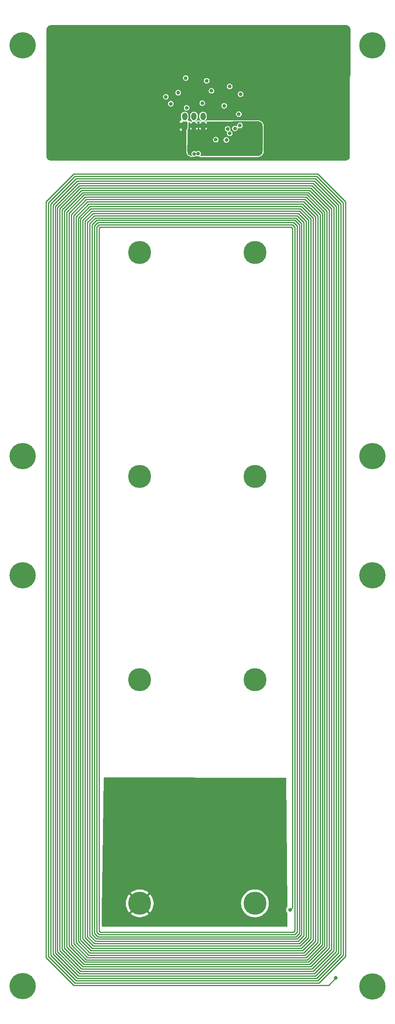
<source format=gbr>
%TF.GenerationSoftware,KiCad,Pcbnew,9.0.0*%
%TF.CreationDate,2025-10-09T13:40:37-07:00*%
%TF.ProjectId,2U_XY_V1,32555f58-595f-4563-912e-6b696361645f,1.0*%
%TF.SameCoordinates,Original*%
%TF.FileFunction,Copper,L2,Inr*%
%TF.FilePolarity,Positive*%
%FSLAX46Y46*%
G04 Gerber Fmt 4.6, Leading zero omitted, Abs format (unit mm)*
G04 Created by KiCad (PCBNEW 9.0.0) date 2025-10-09 13:40:37*
%MOMM*%
%LPD*%
G01*
G04 APERTURE LIST*
G04 Aperture macros list*
%AMRoundRect*
0 Rectangle with rounded corners*
0 $1 Rounding radius*
0 $2 $3 $4 $5 $6 $7 $8 $9 X,Y pos of 4 corners*
0 Add a 4 corners polygon primitive as box body*
4,1,4,$2,$3,$4,$5,$6,$7,$8,$9,$2,$3,0*
0 Add four circle primitives for the rounded corners*
1,1,$1+$1,$2,$3*
1,1,$1+$1,$4,$5*
1,1,$1+$1,$6,$7*
1,1,$1+$1,$8,$9*
0 Add four rect primitives between the rounded corners*
20,1,$1+$1,$2,$3,$4,$5,0*
20,1,$1+$1,$4,$5,$6,$7,0*
20,1,$1+$1,$6,$7,$8,$9,0*
20,1,$1+$1,$8,$9,$2,$3,0*%
G04 Aperture macros list end*
%TA.AperFunction,ComponentPad*%
%ADD10C,5.700000*%
%TD*%
%TA.AperFunction,ComponentPad*%
%ADD11C,5.000000*%
%TD*%
%TA.AperFunction,ComponentPad*%
%ADD12RoundRect,0.250000X-0.350000X-0.575000X0.350000X-0.575000X0.350000X0.575000X-0.350000X0.575000X0*%
%TD*%
%TA.AperFunction,ComponentPad*%
%ADD13O,1.200000X1.650000*%
%TD*%
%TA.AperFunction,ViaPad*%
%ADD14C,0.800000*%
%TD*%
%TA.AperFunction,Conductor*%
%ADD15C,0.250000*%
%TD*%
G04 APERTURE END LIST*
D10*
%TO.N,unconnected-(J2-Pin_1-Pad1)*%
%TO.C,J12*%
X171800001Y-155450000D03*
%TD*%
%TO.N,unconnected-(J4-Pin_1-Pad1)*%
%TO.C,J14*%
X247800001Y-155450000D03*
%TD*%
%TO.N,unconnected-(J2-Pin_1-Pad1)*%
%TO.C,J112*%
X171800001Y-129650000D03*
%TD*%
%TO.N,unconnected-(J4-Pin_1-Pad1)*%
%TO.C,J114*%
X247800001Y-129650000D03*
%TD*%
%TO.N,unconnected-(J2-Pin_1-Pad1)*%
%TO.C,J2*%
X171800001Y-40650000D03*
%TD*%
%TO.N,unconnected-(J4-Pin_1-Pad1)*%
%TO.C,J4*%
X247800001Y-40650000D03*
%TD*%
%TO.N,unconnected-(J3-Pin_1-Pad1)*%
%TO.C,J3*%
X171800001Y-244450000D03*
%TD*%
D11*
%TO.N,/SOL_OUT*%
%TO.C,SC1*%
X222250000Y-134000000D03*
%TO.N,Net-(SC1---Pad2)*%
X197250000Y-134000000D03*
%TO.N,/SOL_OUT*%
X197250000Y-85500000D03*
%TO.N,Net-(SC1---Pad2)*%
X222250000Y-85500000D03*
%TD*%
D10*
%TO.N,unconnected-(J5-Pin_1-Pad1)*%
%TO.C,J5*%
X247800000Y-244500000D03*
%TD*%
D11*
%TO.N,Net-(SC1---Pad2)*%
%TO.C,SC2*%
X222250000Y-226500000D03*
%TO.N,GND*%
X197250000Y-226500000D03*
%TO.N,Net-(SC1---Pad2)*%
X197250000Y-178000000D03*
%TO.N,GND*%
X222250000Y-178000000D03*
%TD*%
D12*
%TO.N,GND*%
%TO.C,CN1*%
X207000000Y-58020000D03*
D13*
%TO.N,SDAIN*%
X207000000Y-56019999D03*
%TO.N,VSOLAR*%
X209000001Y-58020000D03*
%TO.N,+3V3*%
X209000000Y-56020000D03*
%TO.N,VSOLAR*%
X211000000Y-58020000D03*
%TO.N,SCLIN*%
X211000001Y-56020000D03*
%TD*%
D14*
%TO.N,GND*%
X210710000Y-47590153D03*
%TO.N,+3V3*%
X219150000Y-51200000D03*
%TO.N,Net-(U3-OUT+)*%
X239820000Y-242660000D03*
X229940000Y-227900000D03*
%TO.N,GND*%
X214326520Y-54103480D03*
%TO.N,/SCL*%
X215590000Y-53720000D03*
%TO.N,+3V3*%
X218994998Y-57980000D03*
X218760000Y-55530000D03*
X216060000Y-61110000D03*
X213750000Y-61050000D03*
%TO.N,GND*%
X216319998Y-58715000D03*
X213419999Y-54990000D03*
X211414772Y-53956603D03*
X215411297Y-51766078D03*
X208990000Y-51860000D03*
X179980000Y-59700000D03*
X180090000Y-64300000D03*
X205630000Y-49590000D03*
X217920000Y-58640000D03*
%TO.N,+3V3*%
X209090000Y-64140000D03*
X202920000Y-51780000D03*
X210826736Y-53147766D03*
X209940000Y-64100000D03*
X203980000Y-53290000D03*
X207230000Y-47710000D03*
X216780000Y-49550000D03*
%TO.N,VSOLAR*%
X221430000Y-62990000D03*
X219900000Y-62970000D03*
X222780000Y-63000000D03*
%TO.N,/SCL*%
X205590000Y-50890000D03*
%TO.N,/SDA*%
X212820000Y-50480000D03*
%TO.N,Net-(D4-A)*%
X207430000Y-54160000D03*
%TO.N,Net-(U3-OUT+)*%
X216769999Y-59709999D03*
%TO.N,SCLIN*%
X211785153Y-48315153D03*
%TD*%
D15*
%TO.N,Net-(U3-OUT+)*%
X182890000Y-77510000D02*
X182890000Y-235210000D01*
X185390000Y-78760000D02*
X185390000Y-233960000D01*
X237390000Y-76760000D02*
X233640000Y-73010000D01*
X234640000Y-240710000D02*
X238890000Y-236460000D01*
X187640000Y-234710000D02*
X231640000Y-234710000D01*
X185390000Y-73510000D02*
X181890000Y-77010000D01*
X240890000Y-237460000D02*
X240890000Y-75010000D01*
X185390000Y-233960000D02*
X187140000Y-235710000D01*
X230640000Y-79010000D02*
X188140000Y-79010000D01*
X231390000Y-234210000D02*
X232390000Y-233210000D01*
X186640000Y-76010000D02*
X184390000Y-78260000D01*
X239890000Y-75510000D02*
X234890000Y-70510000D01*
X181890000Y-235710000D02*
X185390000Y-239210000D01*
X233390000Y-238210000D02*
X236390000Y-235210000D01*
X238890000Y-236460000D02*
X238890000Y-76010000D01*
X233890000Y-78510000D02*
X231890000Y-76510000D01*
X232640000Y-75010000D02*
X186140000Y-75010000D01*
X183640000Y-242710000D02*
X235640000Y-242710000D01*
X188390000Y-232460000D02*
X188640000Y-232710000D01*
X231640000Y-77010000D02*
X187140000Y-77010000D01*
X186390000Y-75510000D02*
X183890000Y-78010000D01*
X235140000Y-70010000D02*
X183640000Y-70010000D01*
X235140000Y-241710000D02*
X239890000Y-236960000D01*
X229940000Y-227900000D02*
X230390000Y-227450000D01*
X177390000Y-237960000D02*
X183140000Y-243710000D01*
X232140000Y-235710000D02*
X233890000Y-233960000D01*
X178890000Y-237210000D02*
X183890000Y-242210000D01*
X177890000Y-75010000D02*
X177890000Y-237710000D01*
X187890000Y-232710000D02*
X188390000Y-233210000D01*
X230890000Y-78510000D02*
X187890000Y-78510000D01*
X180390000Y-236460000D02*
X184640000Y-240710000D01*
X231890000Y-76510000D02*
X186890000Y-76510000D01*
X183390000Y-69510000D02*
X177890000Y-75010000D01*
X185890000Y-74510000D02*
X182890000Y-77510000D01*
X186390000Y-237210000D02*
X232890000Y-237210000D01*
X235640000Y-242710000D02*
X240890000Y-237460000D01*
X180890000Y-236210000D02*
X184890000Y-240210000D01*
X179890000Y-236710000D02*
X184390000Y-241210000D01*
X239390000Y-75760000D02*
X234640000Y-71010000D01*
X230390000Y-79510000D02*
X188390000Y-79510000D01*
X237890000Y-76510000D02*
X233890000Y-72510000D01*
X235890000Y-234960000D02*
X235890000Y-77510000D01*
X232890000Y-233460000D02*
X232890000Y-79010000D01*
X234140000Y-72010000D02*
X184640000Y-72010000D01*
X185640000Y-238710000D02*
X233640000Y-238710000D01*
X235390000Y-77760000D02*
X232640000Y-75010000D01*
X233390000Y-73510000D02*
X185390000Y-73510000D01*
X234390000Y-71510000D02*
X184390000Y-71510000D01*
X179390000Y-236960000D02*
X184140000Y-241710000D01*
X183640000Y-70010000D02*
X178390000Y-75260000D01*
X241890000Y-74510000D02*
X235890000Y-68510000D01*
X182890000Y-68510000D02*
X176890000Y-74510000D01*
X241390000Y-74760000D02*
X235640000Y-69010000D01*
X232140000Y-76010000D02*
X186640000Y-76010000D01*
X188390000Y-80260000D02*
X188390000Y-232460000D01*
X179890000Y-76010000D02*
X179890000Y-236710000D01*
X186390000Y-79260000D02*
X186390000Y-233460000D01*
X232890000Y-237210000D02*
X235390000Y-234710000D01*
X186140000Y-75010000D02*
X183390000Y-77760000D01*
X235390000Y-69510000D02*
X183390000Y-69510000D01*
X185640000Y-74010000D02*
X182390000Y-77260000D01*
X239890000Y-236960000D02*
X239890000Y-75510000D01*
X241890000Y-237960000D02*
X241890000Y-74510000D01*
X236890000Y-77010000D02*
X233390000Y-73510000D01*
X234890000Y-78010000D02*
X232390000Y-75510000D01*
X231890000Y-235210000D02*
X233390000Y-233710000D01*
X237890000Y-235960000D02*
X237890000Y-76510000D01*
X231890000Y-232960000D02*
X231890000Y-79510000D01*
X233890000Y-233960000D02*
X233890000Y-78510000D01*
X187140000Y-77010000D02*
X185390000Y-78760000D01*
X235390000Y-242210000D02*
X240390000Y-237210000D01*
X236390000Y-235210000D02*
X236390000Y-77260000D01*
X184890000Y-72510000D02*
X180890000Y-76510000D01*
X234640000Y-71010000D02*
X184140000Y-71010000D01*
X177390000Y-74760000D02*
X177390000Y-237960000D01*
X230390000Y-227450000D02*
X230390000Y-80260000D01*
X236140000Y-243710000D02*
X241890000Y-237960000D01*
X231640000Y-234710000D02*
X232890000Y-233460000D01*
X182390000Y-235460000D02*
X185640000Y-238710000D01*
X183390000Y-234960000D02*
X186140000Y-237710000D01*
X181890000Y-77010000D02*
X181890000Y-235710000D01*
X178890000Y-75510000D02*
X178890000Y-237210000D01*
X176890000Y-238210000D02*
X182890000Y-244210000D01*
X240390000Y-75260000D02*
X235140000Y-70010000D01*
X232640000Y-236710000D02*
X234890000Y-234460000D01*
X183890000Y-242210000D02*
X235390000Y-242210000D01*
X238270000Y-244210000D02*
X239820000Y-242660000D01*
X182890000Y-244210000D02*
X238270000Y-244210000D01*
X232890000Y-74510000D02*
X185890000Y-74510000D01*
X230890000Y-80010000D02*
X230390000Y-79510000D01*
X231390000Y-77510000D02*
X187390000Y-77510000D01*
X233140000Y-74010000D02*
X185640000Y-74010000D01*
X188140000Y-233710000D02*
X231140000Y-233710000D01*
X187390000Y-235210000D02*
X231890000Y-235210000D01*
X238890000Y-76010000D02*
X234390000Y-71510000D01*
X231140000Y-233710000D02*
X231890000Y-232960000D01*
X233890000Y-72510000D02*
X184890000Y-72510000D01*
X231390000Y-232710000D02*
X231390000Y-79760000D01*
X188390000Y-79510000D02*
X187890000Y-80010000D01*
X233390000Y-78760000D02*
X231640000Y-77010000D01*
X235890000Y-77510000D02*
X232890000Y-74510000D01*
X184390000Y-234460000D02*
X186640000Y-236710000D01*
X234140000Y-239710000D02*
X237890000Y-235960000D01*
X185890000Y-238210000D02*
X233390000Y-238210000D01*
X183890000Y-234710000D02*
X186390000Y-237210000D01*
X241390000Y-237710000D02*
X241390000Y-74760000D01*
X180390000Y-76260000D02*
X180390000Y-236460000D01*
X240390000Y-237210000D02*
X240390000Y-75260000D01*
X182890000Y-235210000D02*
X185890000Y-238210000D01*
X237390000Y-235710000D02*
X237390000Y-76760000D01*
X188640000Y-232710000D02*
X230640000Y-232710000D01*
X236890000Y-235460000D02*
X236890000Y-77010000D01*
X178390000Y-75260000D02*
X178390000Y-237460000D01*
X240890000Y-75010000D02*
X235390000Y-69510000D01*
X181390000Y-76760000D02*
X181390000Y-235960000D01*
X183890000Y-78010000D02*
X183890000Y-234710000D01*
X230890000Y-233210000D02*
X231390000Y-232710000D01*
X184640000Y-72010000D02*
X180390000Y-76260000D01*
X183890000Y-70510000D02*
X178890000Y-75510000D01*
X181390000Y-235960000D02*
X185140000Y-239710000D01*
X230890000Y-232460000D02*
X230890000Y-80010000D01*
X231390000Y-79760000D02*
X230640000Y-79010000D01*
X184890000Y-78510000D02*
X184890000Y-234210000D01*
X188640000Y-80010000D02*
X188390000Y-80260000D01*
X186890000Y-236210000D02*
X232390000Y-236210000D01*
X187890000Y-234210000D02*
X231390000Y-234210000D01*
X183390000Y-243210000D02*
X235890000Y-243210000D01*
X184890000Y-234210000D02*
X186890000Y-236210000D01*
X186390000Y-233460000D02*
X187640000Y-234710000D01*
X180890000Y-76510000D02*
X180890000Y-236210000D01*
X188390000Y-233210000D02*
X230890000Y-233210000D01*
X186890000Y-79510000D02*
X186890000Y-233210000D01*
X234390000Y-234210000D02*
X234390000Y-78260000D01*
X184140000Y-241710000D02*
X235140000Y-241710000D01*
X233390000Y-233710000D02*
X233390000Y-78760000D01*
X182390000Y-77260000D02*
X182390000Y-235460000D01*
X187390000Y-79760000D02*
X187390000Y-232960000D01*
X187890000Y-80010000D02*
X187890000Y-232710000D01*
X179390000Y-75760000D02*
X179390000Y-236960000D01*
X233890000Y-239210000D02*
X237390000Y-235710000D01*
X233640000Y-73010000D02*
X185140000Y-73010000D01*
X235890000Y-243210000D02*
X241390000Y-237710000D01*
X233140000Y-237710000D02*
X235890000Y-234960000D01*
X234890000Y-241210000D02*
X239390000Y-236710000D01*
X184390000Y-241210000D02*
X234890000Y-241210000D01*
X233640000Y-238710000D02*
X236890000Y-235460000D01*
X187140000Y-235710000D02*
X232140000Y-235710000D01*
X230640000Y-232710000D02*
X230890000Y-232460000D01*
X186140000Y-237710000D02*
X233140000Y-237710000D01*
X183140000Y-243710000D02*
X236140000Y-243710000D01*
X235890000Y-68510000D02*
X182890000Y-68510000D01*
X185140000Y-239710000D02*
X234140000Y-239710000D01*
X232390000Y-79260000D02*
X231140000Y-78010000D01*
X184890000Y-240210000D02*
X234390000Y-240210000D01*
X184640000Y-240710000D02*
X234640000Y-240710000D01*
X234390000Y-240210000D02*
X238390000Y-236210000D01*
X186890000Y-233210000D02*
X187890000Y-234210000D01*
X184140000Y-71010000D02*
X179390000Y-75760000D01*
X176890000Y-74510000D02*
X176890000Y-238210000D01*
X184390000Y-71510000D02*
X179890000Y-76010000D01*
X238390000Y-76260000D02*
X234140000Y-72010000D01*
X230390000Y-80260000D02*
X230140000Y-80010000D01*
X236390000Y-77260000D02*
X233140000Y-74010000D01*
X232390000Y-236210000D02*
X234390000Y-234210000D01*
X188140000Y-79010000D02*
X187390000Y-79760000D01*
X234890000Y-70510000D02*
X183890000Y-70510000D01*
X185140000Y-73010000D02*
X181390000Y-76760000D01*
X185890000Y-79010000D02*
X185890000Y-233710000D01*
X186640000Y-236710000D02*
X232640000Y-236710000D01*
X238390000Y-236210000D02*
X238390000Y-76260000D01*
X231890000Y-79510000D02*
X230890000Y-78510000D01*
X235640000Y-69010000D02*
X183140000Y-69010000D01*
X187640000Y-78010000D02*
X186390000Y-79260000D01*
X184390000Y-78260000D02*
X184390000Y-234460000D01*
X186890000Y-76510000D02*
X184890000Y-78510000D01*
X187390000Y-232960000D02*
X188140000Y-233710000D01*
X231140000Y-78010000D02*
X187640000Y-78010000D01*
X232390000Y-75510000D02*
X186390000Y-75510000D01*
X234390000Y-78260000D02*
X232140000Y-76010000D01*
X232890000Y-79010000D02*
X231390000Y-77510000D01*
X183390000Y-77760000D02*
X183390000Y-234960000D01*
X187390000Y-77510000D02*
X185890000Y-79010000D01*
X230140000Y-80010000D02*
X188640000Y-80010000D01*
X177890000Y-237710000D02*
X183390000Y-243210000D01*
X185890000Y-233710000D02*
X187390000Y-235210000D01*
X183140000Y-69010000D02*
X177390000Y-74760000D01*
X185390000Y-239210000D02*
X233890000Y-239210000D01*
X187890000Y-78510000D02*
X186890000Y-79510000D01*
X232390000Y-233210000D02*
X232390000Y-79260000D01*
X239390000Y-236710000D02*
X239390000Y-75760000D01*
X234890000Y-234460000D02*
X234890000Y-78010000D01*
X235390000Y-234710000D02*
X235390000Y-77760000D01*
X178390000Y-237460000D02*
X183640000Y-242710000D01*
%TD*%
%TA.AperFunction,Conductor*%
%TO.N,VSOLAR*%
G36*
X222928037Y-57058495D02*
G01*
X223114637Y-57075988D01*
X223126688Y-57078330D01*
X223303288Y-57131114D01*
X223314647Y-57135769D01*
X223477513Y-57222101D01*
X223487735Y-57228885D01*
X223630547Y-57345415D01*
X223639252Y-57354076D01*
X223741024Y-57477532D01*
X223756493Y-57496296D01*
X223763341Y-57506503D01*
X223850478Y-57668912D01*
X223855196Y-57680262D01*
X223908865Y-57856585D01*
X223911270Y-57868638D01*
X223929697Y-58055129D01*
X223930000Y-58061275D01*
X223930000Y-63606930D01*
X223929699Y-63613056D01*
X223911388Y-63798962D01*
X223908998Y-63810979D01*
X223855666Y-63986794D01*
X223850977Y-63998113D01*
X223764372Y-64160139D01*
X223757565Y-64170327D01*
X223641011Y-64312348D01*
X223632348Y-64321011D01*
X223490327Y-64437565D01*
X223480139Y-64444372D01*
X223318113Y-64530977D01*
X223306794Y-64535666D01*
X223130979Y-64588998D01*
X223118962Y-64591388D01*
X222933056Y-64609699D01*
X222926930Y-64610000D01*
X210430124Y-64610000D01*
X210385930Y-64591694D01*
X210367624Y-64547500D01*
X210385930Y-64503306D01*
X210420520Y-64468716D01*
X210499577Y-64331784D01*
X210540500Y-64179057D01*
X210540500Y-64020943D01*
X210499577Y-63868216D01*
X210420520Y-63731284D01*
X210308716Y-63619480D01*
X210212464Y-63563909D01*
X210171783Y-63540422D01*
X210171780Y-63540421D01*
X210019063Y-63499501D01*
X210019058Y-63499500D01*
X210019057Y-63499500D01*
X209860943Y-63499500D01*
X209860942Y-63499500D01*
X209860936Y-63499501D01*
X209708219Y-63540421D01*
X209708216Y-63540422D01*
X209638935Y-63580422D01*
X209571284Y-63619480D01*
X209571283Y-63619481D01*
X209538533Y-63652231D01*
X209494338Y-63670536D01*
X209463172Y-63659953D01*
X209462263Y-63661529D01*
X209458718Y-63659482D01*
X209458716Y-63659480D01*
X209359359Y-63602117D01*
X209321783Y-63580422D01*
X209321780Y-63580421D01*
X209169063Y-63539501D01*
X209169058Y-63539500D01*
X209169057Y-63539500D01*
X209010943Y-63539500D01*
X209010942Y-63539500D01*
X209010936Y-63539501D01*
X208858219Y-63580421D01*
X208858216Y-63580422D01*
X208761964Y-63635993D01*
X208721284Y-63659480D01*
X208721283Y-63659481D01*
X208721279Y-63659484D01*
X208609484Y-63771279D01*
X208609481Y-63771283D01*
X208609480Y-63771284D01*
X208586562Y-63810979D01*
X208530422Y-63908216D01*
X208530421Y-63908219D01*
X208489501Y-64060936D01*
X208489500Y-64060944D01*
X208489500Y-64219055D01*
X208489501Y-64219063D01*
X208530421Y-64371780D01*
X208530422Y-64371783D01*
X208530423Y-64371784D01*
X208609480Y-64508716D01*
X208609482Y-64508718D01*
X208611529Y-64512263D01*
X208609611Y-64513370D01*
X208620145Y-64552688D01*
X208596225Y-64594113D01*
X208552038Y-64606725D01*
X208395755Y-64591293D01*
X208383709Y-64588890D01*
X208207493Y-64535290D01*
X208196149Y-64530578D01*
X208033814Y-64443545D01*
X208023611Y-64436705D01*
X207881435Y-64319605D01*
X207872767Y-64310902D01*
X207797744Y-64219063D01*
X207756238Y-64168253D01*
X207749443Y-64158028D01*
X207663063Y-63995339D01*
X207658398Y-63983980D01*
X207605506Y-63807544D01*
X207603152Y-63795488D01*
X207590275Y-63659481D01*
X207585497Y-63609022D01*
X207585221Y-63602886D01*
X207595819Y-60970944D01*
X213149500Y-60970944D01*
X213149500Y-61129055D01*
X213149501Y-61129063D01*
X213190421Y-61281780D01*
X213190422Y-61281783D01*
X213190423Y-61281784D01*
X213269480Y-61418716D01*
X213381284Y-61530520D01*
X213518216Y-61609577D01*
X213518219Y-61609578D01*
X213611681Y-61634621D01*
X213670943Y-61650500D01*
X213670944Y-61650500D01*
X213829056Y-61650500D01*
X213829057Y-61650500D01*
X213981784Y-61609577D01*
X214118716Y-61530520D01*
X214230520Y-61418716D01*
X214309577Y-61281784D01*
X214350500Y-61129057D01*
X214350500Y-61030944D01*
X215459500Y-61030944D01*
X215459500Y-61189055D01*
X215459501Y-61189063D01*
X215500421Y-61341780D01*
X215500422Y-61341783D01*
X215500423Y-61341784D01*
X215579480Y-61478716D01*
X215691284Y-61590520D01*
X215828216Y-61669577D01*
X215828219Y-61669578D01*
X215921681Y-61694621D01*
X215980943Y-61710500D01*
X215980944Y-61710500D01*
X216139056Y-61710500D01*
X216139057Y-61710500D01*
X216291784Y-61669577D01*
X216428716Y-61590520D01*
X216540520Y-61478716D01*
X216619577Y-61341784D01*
X216660500Y-61189057D01*
X216660500Y-61030943D01*
X216619577Y-60878216D01*
X216540520Y-60741284D01*
X216428716Y-60629480D01*
X216324792Y-60569480D01*
X216291783Y-60550422D01*
X216291780Y-60550421D01*
X216139063Y-60509501D01*
X216139058Y-60509500D01*
X216139057Y-60509500D01*
X215980943Y-60509500D01*
X215980942Y-60509500D01*
X215980936Y-60509501D01*
X215828219Y-60550421D01*
X215828216Y-60550422D01*
X215731964Y-60605993D01*
X215691284Y-60629480D01*
X215691283Y-60629481D01*
X215691279Y-60629484D01*
X215579484Y-60741279D01*
X215579481Y-60741283D01*
X215500422Y-60878216D01*
X215500421Y-60878219D01*
X215459501Y-61030936D01*
X215459500Y-61030944D01*
X214350500Y-61030944D01*
X214350500Y-60970943D01*
X214309577Y-60818216D01*
X214230520Y-60681284D01*
X214118716Y-60569480D01*
X214022464Y-60513909D01*
X213981783Y-60490422D01*
X213981780Y-60490421D01*
X213829063Y-60449501D01*
X213829058Y-60449500D01*
X213829057Y-60449500D01*
X213670943Y-60449500D01*
X213670942Y-60449500D01*
X213670936Y-60449501D01*
X213518219Y-60490421D01*
X213518216Y-60490422D01*
X213421964Y-60545993D01*
X213381284Y-60569480D01*
X213381283Y-60569481D01*
X213381279Y-60569484D01*
X213269484Y-60681279D01*
X213269481Y-60681283D01*
X213190422Y-60818216D01*
X213190421Y-60818219D01*
X213149501Y-60970936D01*
X213149500Y-60970944D01*
X207595819Y-60970944D01*
X207603760Y-58998919D01*
X207622242Y-58954803D01*
X207629128Y-58948901D01*
X207672150Y-58917150D01*
X207752793Y-58807882D01*
X207797646Y-58679699D01*
X207800500Y-58649266D01*
X207800500Y-58520000D01*
X208139756Y-58520000D01*
X208202431Y-58671310D01*
X208202432Y-58671312D01*
X208300924Y-58818716D01*
X208426284Y-58944076D01*
X208500001Y-58993331D01*
X209500001Y-58993331D01*
X209573717Y-58944076D01*
X209699077Y-58818716D01*
X209797569Y-58671312D01*
X209797570Y-58671310D01*
X209860246Y-58520000D01*
X210139755Y-58520000D01*
X210202430Y-58671310D01*
X210202431Y-58671312D01*
X210300923Y-58818716D01*
X210426283Y-58944076D01*
X210500000Y-58993331D01*
X211500000Y-58993331D01*
X211573716Y-58944076D01*
X211699076Y-58818716D01*
X211797568Y-58671312D01*
X211797569Y-58671310D01*
X211812218Y-58635944D01*
X215719498Y-58635944D01*
X215719498Y-58794055D01*
X215719499Y-58794063D01*
X215760419Y-58946780D01*
X215760420Y-58946783D01*
X215783907Y-58987464D01*
X215839478Y-59083716D01*
X215951282Y-59195520D01*
X216088214Y-59274577D01*
X216088217Y-59274578D01*
X216217191Y-59309137D01*
X216255142Y-59338257D01*
X216261385Y-59385683D01*
X216255142Y-59400757D01*
X216210422Y-59478215D01*
X216210420Y-59478218D01*
X216169500Y-59630935D01*
X216169499Y-59630943D01*
X216169499Y-59789054D01*
X216169500Y-59789062D01*
X216210420Y-59941779D01*
X216210421Y-59941782D01*
X216210422Y-59941783D01*
X216289479Y-60078715D01*
X216401283Y-60190519D01*
X216538215Y-60269576D01*
X216538218Y-60269577D01*
X216631680Y-60294620D01*
X216690942Y-60310499D01*
X216690943Y-60310499D01*
X216849055Y-60310499D01*
X216849056Y-60310499D01*
X217001783Y-60269576D01*
X217138715Y-60190519D01*
X217250519Y-60078715D01*
X217329576Y-59941783D01*
X217370499Y-59789056D01*
X217370499Y-59630942D01*
X217329576Y-59478215D01*
X217250519Y-59341283D01*
X217138715Y-59229479D01*
X217001783Y-59150422D01*
X217001782Y-59150421D01*
X217001781Y-59150421D01*
X216872804Y-59115861D01*
X216834854Y-59086741D01*
X216828611Y-59039314D01*
X216834853Y-59024244D01*
X216879575Y-58946784D01*
X216920498Y-58794057D01*
X216920498Y-58635943D01*
X216900402Y-58560944D01*
X217319500Y-58560944D01*
X217319500Y-58719055D01*
X217319501Y-58719063D01*
X217360421Y-58871780D01*
X217360422Y-58871783D01*
X217360423Y-58871784D01*
X217439480Y-59008716D01*
X217551284Y-59120520D01*
X217681180Y-59195515D01*
X217688216Y-59199577D01*
X217688219Y-59199578D01*
X217781681Y-59224621D01*
X217840943Y-59240500D01*
X217840944Y-59240500D01*
X217999056Y-59240500D01*
X217999057Y-59240500D01*
X218151784Y-59199577D01*
X218288716Y-59120520D01*
X218400520Y-59008716D01*
X218479577Y-58871784D01*
X218520500Y-58719057D01*
X218520500Y-58560943D01*
X218505394Y-58504566D01*
X218511637Y-58457140D01*
X218549587Y-58428020D01*
X218597014Y-58434263D01*
X218609958Y-58444196D01*
X218626282Y-58460520D01*
X218763214Y-58539577D01*
X218763217Y-58539578D01*
X218842927Y-58560936D01*
X218915941Y-58580500D01*
X218915942Y-58580500D01*
X219074054Y-58580500D01*
X219074055Y-58580500D01*
X219226782Y-58539577D01*
X219363714Y-58460520D01*
X219475518Y-58348716D01*
X219554575Y-58211784D01*
X219595498Y-58059057D01*
X219595498Y-57900943D01*
X219579619Y-57841681D01*
X219554576Y-57748219D01*
X219554575Y-57748216D01*
X219475518Y-57611284D01*
X219363714Y-57499480D01*
X219240074Y-57428097D01*
X219226781Y-57420422D01*
X219226778Y-57420421D01*
X219074061Y-57379501D01*
X219074056Y-57379500D01*
X219074055Y-57379500D01*
X218915941Y-57379500D01*
X218915940Y-57379500D01*
X218915934Y-57379501D01*
X218763217Y-57420421D01*
X218763214Y-57420422D01*
X218666962Y-57475993D01*
X218626282Y-57499480D01*
X218626281Y-57499481D01*
X218626277Y-57499484D01*
X218514482Y-57611279D01*
X218514479Y-57611283D01*
X218435420Y-57748216D01*
X218435419Y-57748219D01*
X218394499Y-57900936D01*
X218394498Y-57900944D01*
X218394498Y-58059055D01*
X218394499Y-58059063D01*
X218409603Y-58115433D01*
X218403360Y-58162859D01*
X218365409Y-58191979D01*
X218317983Y-58185736D01*
X218305039Y-58175803D01*
X218288720Y-58159484D01*
X218288716Y-58159480D01*
X218192464Y-58103909D01*
X218151783Y-58080422D01*
X218151780Y-58080421D01*
X217999063Y-58039501D01*
X217999058Y-58039500D01*
X217999057Y-58039500D01*
X217840943Y-58039500D01*
X217840942Y-58039500D01*
X217840936Y-58039501D01*
X217688219Y-58080421D01*
X217688216Y-58080422D01*
X217627576Y-58115433D01*
X217551284Y-58159480D01*
X217551283Y-58159481D01*
X217551279Y-58159484D01*
X217439484Y-58271279D01*
X217439481Y-58271283D01*
X217360422Y-58408216D01*
X217360421Y-58408219D01*
X217319501Y-58560936D01*
X217319500Y-58560944D01*
X216900402Y-58560944D01*
X216879575Y-58483216D01*
X216800518Y-58346284D01*
X216688714Y-58234480D01*
X216564662Y-58162859D01*
X216551781Y-58155422D01*
X216551778Y-58155421D01*
X216399061Y-58114501D01*
X216399056Y-58114500D01*
X216399055Y-58114500D01*
X216240941Y-58114500D01*
X216240940Y-58114500D01*
X216240934Y-58114501D01*
X216088217Y-58155421D01*
X216088214Y-58155422D01*
X215991962Y-58210993D01*
X215951282Y-58234480D01*
X215951281Y-58234481D01*
X215951277Y-58234484D01*
X215839482Y-58346279D01*
X215839479Y-58346283D01*
X215760420Y-58483216D01*
X215760419Y-58483219D01*
X215719499Y-58635936D01*
X215719498Y-58635944D01*
X211812218Y-58635944D01*
X211823823Y-58607929D01*
X211860245Y-58520000D01*
X211500000Y-58520000D01*
X211500000Y-58993331D01*
X210500000Y-58993331D01*
X210500000Y-58520000D01*
X210139755Y-58520000D01*
X209860246Y-58520000D01*
X209500001Y-58520000D01*
X209500001Y-58993331D01*
X208500001Y-58993331D01*
X208500001Y-58520000D01*
X208139756Y-58520000D01*
X207800500Y-58520000D01*
X207800500Y-57964048D01*
X208575001Y-57964048D01*
X208575001Y-58075952D01*
X208603964Y-58184044D01*
X208659917Y-58280956D01*
X208739045Y-58360084D01*
X208835957Y-58416037D01*
X208944049Y-58445000D01*
X209055953Y-58445000D01*
X209164045Y-58416037D01*
X209260957Y-58360084D01*
X209340085Y-58280956D01*
X209396038Y-58184044D01*
X209425001Y-58075952D01*
X209425001Y-57964048D01*
X210575000Y-57964048D01*
X210575000Y-58075952D01*
X210603963Y-58184044D01*
X210659916Y-58280956D01*
X210739044Y-58360084D01*
X210835956Y-58416037D01*
X210944048Y-58445000D01*
X211055952Y-58445000D01*
X211164044Y-58416037D01*
X211260956Y-58360084D01*
X211340084Y-58280956D01*
X211396037Y-58184044D01*
X211425000Y-58075952D01*
X211425000Y-57964048D01*
X211396037Y-57855956D01*
X211340084Y-57759044D01*
X211260956Y-57679916D01*
X211164044Y-57623963D01*
X211055952Y-57595000D01*
X210944048Y-57595000D01*
X210835956Y-57623963D01*
X210739044Y-57679916D01*
X210659916Y-57759044D01*
X210603963Y-57855956D01*
X210575000Y-57964048D01*
X209425001Y-57964048D01*
X209396038Y-57855956D01*
X209340085Y-57759044D01*
X209260957Y-57679916D01*
X209164045Y-57623963D01*
X209055953Y-57595000D01*
X208944049Y-57595000D01*
X208835957Y-57623963D01*
X208739045Y-57679916D01*
X208659917Y-57759044D01*
X208603964Y-57855956D01*
X208575001Y-57964048D01*
X207800500Y-57964048D01*
X207800500Y-57566726D01*
X207814689Y-57527075D01*
X207895929Y-57428097D01*
X207904529Y-57419488D01*
X208045624Y-57303443D01*
X208055730Y-57296667D01*
X208138866Y-57251995D01*
X208186460Y-57247203D01*
X208223503Y-57277468D01*
X208228296Y-57325063D01*
X208220415Y-57341773D01*
X208202435Y-57368681D01*
X208202431Y-57368689D01*
X208139755Y-57519999D01*
X208139756Y-57520000D01*
X209860246Y-57520000D01*
X209860246Y-57519999D01*
X209797570Y-57368689D01*
X209797569Y-57368687D01*
X209699282Y-57221590D01*
X209689950Y-57174674D01*
X209716526Y-57134900D01*
X209750930Y-57124369D01*
X210250112Y-57121862D01*
X210294398Y-57139946D01*
X210312925Y-57184047D01*
X210302393Y-57219084D01*
X210202431Y-57368686D01*
X210202430Y-57368689D01*
X210139754Y-57519999D01*
X210139755Y-57520000D01*
X211860245Y-57520000D01*
X211860245Y-57519999D01*
X211797569Y-57368689D01*
X211797568Y-57368687D01*
X211699076Y-57221283D01*
X211698851Y-57221058D01*
X211698810Y-57220959D01*
X211697129Y-57218911D01*
X211697750Y-57218400D01*
X211680545Y-57176864D01*
X211698851Y-57132670D01*
X211742727Y-57114366D01*
X222921908Y-57058224D01*
X222928037Y-57058495D01*
G37*
%TD.AperFunction*%
%TD*%
%TA.AperFunction,Conductor*%
%TO.N,GND*%
G36*
X216379947Y-58322129D02*
G01*
X216464508Y-58344786D01*
X216479583Y-58351030D01*
X216517497Y-58372919D01*
X216555414Y-58394810D01*
X216568356Y-58404742D01*
X216630255Y-58466641D01*
X216640188Y-58479585D01*
X216683966Y-58555411D01*
X216690209Y-58570485D01*
X216694900Y-58587992D01*
X216694900Y-58587995D01*
X216694901Y-58587995D01*
X216700843Y-58610174D01*
X216712868Y-58655049D01*
X216714998Y-58671226D01*
X216714998Y-58758773D01*
X216712868Y-58774950D01*
X216690208Y-58859515D01*
X216683965Y-58874587D01*
X216656887Y-58921489D01*
X216656881Y-58921500D01*
X216644993Y-58945608D01*
X216638754Y-58960670D01*
X216633409Y-58975076D01*
X216624868Y-59066135D01*
X216625480Y-59070779D01*
X216613100Y-59116984D01*
X216579693Y-59139307D01*
X216538215Y-59150421D01*
X216538211Y-59150423D01*
X216463161Y-59193752D01*
X216415734Y-59199995D01*
X216383787Y-59179502D01*
X216380240Y-59175221D01*
X216342289Y-59146101D01*
X216342286Y-59146099D01*
X216270376Y-59110637D01*
X216175483Y-59085210D01*
X216160410Y-59078967D01*
X216084581Y-59035188D01*
X216071637Y-59025255D01*
X216009739Y-58963357D01*
X215999806Y-58950413D01*
X215983107Y-58921489D01*
X215956026Y-58874584D01*
X215949788Y-58859523D01*
X215927126Y-58774946D01*
X215924998Y-58758777D01*
X215924998Y-58671220D01*
X215927126Y-58655051D01*
X215949787Y-58570476D01*
X215956023Y-58555420D01*
X215999812Y-58479578D01*
X216009737Y-58466644D01*
X216071644Y-58404737D01*
X216084579Y-58394811D01*
X216160412Y-58351028D01*
X216175480Y-58344788D01*
X216231639Y-58329741D01*
X216260049Y-58322129D01*
X216276224Y-58320000D01*
X216363772Y-58320000D01*
X216379947Y-58322129D01*
G37*
%TD.AperFunction*%
%TA.AperFunction,Conductor*%
G36*
X217979948Y-58247128D02*
G01*
X218064512Y-58269786D01*
X218079584Y-58276029D01*
X218158360Y-58321510D01*
X218168318Y-58328646D01*
X218179933Y-58338833D01*
X218179936Y-58338835D01*
X218179937Y-58338836D01*
X218192889Y-58348775D01*
X218196068Y-58351030D01*
X218205419Y-58357665D01*
X218251565Y-58374786D01*
X218265512Y-58379961D01*
X218300578Y-58412497D01*
X218305737Y-58446714D01*
X218301652Y-58477745D01*
X218301652Y-58477753D01*
X218306895Y-58557750D01*
X218306896Y-58557756D01*
X218308177Y-58562535D01*
X218312870Y-58580049D01*
X218315000Y-58596224D01*
X218315000Y-58683774D01*
X218312870Y-58699950D01*
X218290211Y-58784513D01*
X218283968Y-58799587D01*
X218240190Y-58875413D01*
X218230257Y-58888357D01*
X218168357Y-58950257D01*
X218155413Y-58960190D01*
X218079587Y-59003968D01*
X218064514Y-59010211D01*
X218022233Y-59021540D01*
X217979950Y-59032870D01*
X217963775Y-59035000D01*
X217876226Y-59035000D01*
X217860050Y-59032870D01*
X217775485Y-59010211D01*
X217760411Y-59003968D01*
X217684585Y-58960190D01*
X217671641Y-58950257D01*
X217609741Y-58888357D01*
X217599808Y-58875413D01*
X217556859Y-58801023D01*
X217556028Y-58799584D01*
X217549790Y-58784523D01*
X217527128Y-58699946D01*
X217525000Y-58683777D01*
X217525000Y-58596220D01*
X217527128Y-58580051D01*
X217549789Y-58495476D01*
X217556025Y-58480420D01*
X217599814Y-58404578D01*
X217609739Y-58391644D01*
X217671646Y-58329737D01*
X217684581Y-58319811D01*
X217760414Y-58276028D01*
X217775482Y-58269788D01*
X217830995Y-58254914D01*
X217860051Y-58247129D01*
X217876226Y-58245000D01*
X217963774Y-58245000D01*
X217979948Y-58247128D01*
G37*
%TD.AperFunction*%
%TA.AperFunction,Conductor*%
G36*
X242223312Y-36228195D02*
G01*
X242375655Y-36274444D01*
X242386978Y-36279139D01*
X242549099Y-36365871D01*
X242559274Y-36372675D01*
X242701354Y-36489399D01*
X242710016Y-36498072D01*
X242826561Y-36640273D01*
X242833366Y-36650473D01*
X242919907Y-36812695D01*
X242924589Y-36824027D01*
X242977792Y-37000018D01*
X242980172Y-37012046D01*
X242998292Y-37198117D01*
X242998586Y-37204248D01*
X242987014Y-47063100D01*
X242984739Y-47079194D01*
X242984792Y-47079206D01*
X242984649Y-47079831D01*
X242984587Y-47080276D01*
X242984403Y-47080916D01*
X242984401Y-47080923D01*
X242950625Y-47229480D01*
X242917581Y-47374816D01*
X242884250Y-47674357D01*
X242884250Y-47674358D01*
X242884500Y-47824446D01*
X242884500Y-64826537D01*
X242881809Y-64844680D01*
X242835666Y-64996794D01*
X242830977Y-65008113D01*
X242744372Y-65170139D01*
X242737565Y-65180327D01*
X242621011Y-65322348D01*
X242612348Y-65331011D01*
X242470327Y-65447565D01*
X242460139Y-65454372D01*
X242298113Y-65540977D01*
X242286794Y-65545666D01*
X242110979Y-65598998D01*
X242098962Y-65601388D01*
X241913056Y-65619699D01*
X241906930Y-65620000D01*
X178003070Y-65620000D01*
X177996944Y-65619699D01*
X177811037Y-65601388D01*
X177799020Y-65598998D01*
X177623205Y-65545666D01*
X177611886Y-65540977D01*
X177449860Y-65454372D01*
X177439672Y-65447565D01*
X177297651Y-65331011D01*
X177288988Y-65322348D01*
X177172434Y-65180327D01*
X177165627Y-65170139D01*
X177079022Y-65008113D01*
X177074335Y-64996799D01*
X177021000Y-64820975D01*
X177018611Y-64808962D01*
X177017714Y-64799858D01*
X177000458Y-64624654D01*
X177000301Y-64623056D01*
X177000000Y-64616930D01*
X177000000Y-58644987D01*
X205900001Y-58644987D01*
X205910492Y-58747687D01*
X205910493Y-58747694D01*
X205965641Y-58914121D01*
X206057682Y-59063343D01*
X206181656Y-59187317D01*
X206330878Y-59279358D01*
X206330877Y-59279358D01*
X206400000Y-59302261D01*
X206400000Y-58620000D01*
X205900001Y-58620000D01*
X205900001Y-58644987D01*
X177000000Y-58644987D01*
X177000000Y-57395013D01*
X205900000Y-57395013D01*
X205900000Y-57420000D01*
X206937500Y-57420000D01*
X206981694Y-57438306D01*
X207000000Y-57482500D01*
X207000000Y-57595000D01*
X206944048Y-57595000D01*
X206835956Y-57623963D01*
X206739044Y-57679916D01*
X206659916Y-57759044D01*
X206603963Y-57855956D01*
X206575000Y-57964048D01*
X206575000Y-58075952D01*
X206603963Y-58184044D01*
X206659916Y-58280956D01*
X206739044Y-58360084D01*
X206835956Y-58416037D01*
X206944048Y-58445000D01*
X207055952Y-58445000D01*
X207164044Y-58416037D01*
X207260956Y-58360084D01*
X207340084Y-58280956D01*
X207396037Y-58184044D01*
X207425000Y-58075952D01*
X207425000Y-58020000D01*
X207532500Y-58020000D01*
X207576694Y-58038306D01*
X207595000Y-58082500D01*
X207595000Y-58626007D01*
X207591493Y-58646649D01*
X207585774Y-58662993D01*
X207585773Y-58662995D01*
X207572164Y-58701884D01*
X207563459Y-58718354D01*
X207530790Y-58762619D01*
X207517620Y-58775790D01*
X207507089Y-58783562D01*
X207495394Y-58792870D01*
X207488544Y-58798740D01*
X207485928Y-58801020D01*
X207485920Y-58801029D01*
X207432704Y-58875393D01*
X207432704Y-58875394D01*
X207414223Y-58919507D01*
X207414219Y-58919519D01*
X207398261Y-58998088D01*
X207390321Y-60969990D01*
X207390321Y-60970117D01*
X207390320Y-60970368D01*
X207390209Y-60997993D01*
X207390209Y-60997994D01*
X207379722Y-63602030D01*
X207379929Y-63612120D01*
X207380205Y-63618250D01*
X207380912Y-63628396D01*
X207398569Y-63814877D01*
X207401461Y-63834871D01*
X207401465Y-63834894D01*
X207403811Y-63846906D01*
X207403815Y-63846925D01*
X207407534Y-63861992D01*
X207408664Y-63866567D01*
X207461552Y-64042989D01*
X207468297Y-64062029D01*
X207472977Y-64073425D01*
X207481548Y-64091683D01*
X207481560Y-64091708D01*
X207567940Y-64254397D01*
X207578289Y-64271768D01*
X207585084Y-64281993D01*
X207585093Y-64282006D01*
X207585096Y-64282010D01*
X207586928Y-64284492D01*
X207597089Y-64298260D01*
X207713618Y-64440909D01*
X207727164Y-64455919D01*
X207735832Y-64464622D01*
X207735839Y-64464629D01*
X207735841Y-64464631D01*
X207750767Y-64478210D01*
X207750788Y-64478229D01*
X207830930Y-64544236D01*
X207892955Y-64595322D01*
X207892957Y-64595323D01*
X207892964Y-64595329D01*
X207909180Y-64607397D01*
X207909187Y-64607402D01*
X207919389Y-64614241D01*
X207919392Y-64614243D01*
X207929829Y-64620518D01*
X207936714Y-64624658D01*
X208099049Y-64711691D01*
X208117320Y-64720357D01*
X208118454Y-64720828D01*
X208128629Y-64725055D01*
X208128643Y-64725060D01*
X208128664Y-64725069D01*
X208141999Y-64729853D01*
X208147679Y-64731892D01*
X208147684Y-64731893D01*
X208147691Y-64731896D01*
X208175978Y-64740500D01*
X208323890Y-64785491D01*
X208323895Y-64785492D01*
X208323907Y-64785496D01*
X208323920Y-64785499D01*
X208323930Y-64785502D01*
X208343503Y-64790418D01*
X208343520Y-64790422D01*
X208355551Y-64792822D01*
X208361756Y-64793744D01*
X208375561Y-64795798D01*
X208531844Y-64811230D01*
X208608440Y-64804333D01*
X208652627Y-64791721D01*
X208711977Y-64763912D01*
X208748036Y-64725055D01*
X208767967Y-64703577D01*
X208811447Y-64683634D01*
X208845027Y-64691962D01*
X208858216Y-64699577D01*
X208858218Y-64699577D01*
X208858219Y-64699578D01*
X208935757Y-64720354D01*
X209010943Y-64740500D01*
X209010944Y-64740500D01*
X209169056Y-64740500D01*
X209169057Y-64740500D01*
X209321784Y-64699577D01*
X209458716Y-64620520D01*
X209491468Y-64587767D01*
X209535659Y-64569463D01*
X209566826Y-64580048D01*
X209567737Y-64578471D01*
X209571281Y-64580517D01*
X209571284Y-64580520D01*
X209692210Y-64650336D01*
X209708216Y-64659577D01*
X209708219Y-64659578D01*
X209719188Y-64662517D01*
X209860943Y-64700500D01*
X209860944Y-64700500D01*
X210019056Y-64700500D01*
X210019057Y-64700500D01*
X210118931Y-64673739D01*
X210142231Y-64667496D01*
X210189657Y-64673739D01*
X210211326Y-64694613D01*
X210232699Y-64728626D01*
X210232700Y-64728628D01*
X210296897Y-64774178D01*
X210307288Y-64781551D01*
X210351482Y-64799857D01*
X210430124Y-64815500D01*
X222926932Y-64815500D01*
X222928370Y-64815464D01*
X222937015Y-64815252D01*
X222943141Y-64814951D01*
X222953199Y-64814209D01*
X223139105Y-64795898D01*
X223159048Y-64792940D01*
X223171065Y-64790550D01*
X223190632Y-64785650D01*
X223366447Y-64732318D01*
X223385443Y-64725520D01*
X223396762Y-64720831D01*
X223414985Y-64712212D01*
X223577011Y-64625607D01*
X223594304Y-64615242D01*
X223604492Y-64608435D01*
X223620695Y-64596418D01*
X223762716Y-64479864D01*
X223777658Y-64466321D01*
X223786321Y-64457658D01*
X223799864Y-64442716D01*
X223916418Y-64300695D01*
X223928435Y-64284492D01*
X223935242Y-64274304D01*
X223945607Y-64257011D01*
X224032212Y-64094985D01*
X224040831Y-64076762D01*
X224045520Y-64065443D01*
X224052318Y-64046447D01*
X224105650Y-63870632D01*
X224110550Y-63851065D01*
X224112940Y-63839048D01*
X224115898Y-63819105D01*
X224134209Y-63633199D01*
X224134951Y-63623141D01*
X224135252Y-63617015D01*
X224135500Y-63606930D01*
X224135500Y-58061275D01*
X224135251Y-58051156D01*
X224134948Y-58045010D01*
X224134201Y-58034922D01*
X224115774Y-57848431D01*
X224112797Y-57828426D01*
X224110392Y-57816373D01*
X224105460Y-57796746D01*
X224051791Y-57620423D01*
X224044955Y-57601383D01*
X224040237Y-57590033D01*
X224040232Y-57590024D01*
X224040229Y-57590015D01*
X224040221Y-57589999D01*
X224031575Y-57571785D01*
X224031557Y-57571749D01*
X223991714Y-57497488D01*
X223944424Y-57409347D01*
X223935798Y-57395013D01*
X223933992Y-57392011D01*
X223933991Y-57392010D01*
X223927148Y-57381809D01*
X223927142Y-57381801D01*
X223915067Y-57365587D01*
X223797817Y-57223357D01*
X223797796Y-57223333D01*
X223784211Y-57208416D01*
X223784204Y-57208409D01*
X223784194Y-57208398D01*
X223779820Y-57204046D01*
X223775491Y-57199738D01*
X223775487Y-57199735D01*
X223760477Y-57186203D01*
X223727895Y-57159617D01*
X223617654Y-57069664D01*
X223617642Y-57069655D01*
X223617637Y-57069651D01*
X223601372Y-57057662D01*
X223601369Y-57057661D01*
X223591156Y-57050883D01*
X223585518Y-57047529D01*
X223573759Y-57040533D01*
X223573746Y-57040525D01*
X223410908Y-56954208D01*
X223409708Y-56953646D01*
X223392573Y-56945617D01*
X223392565Y-56945614D01*
X223392555Y-56945609D01*
X223381231Y-56940968D01*
X223381201Y-56940957D01*
X223362123Y-56934216D01*
X223185546Y-56881438D01*
X223171558Y-56877998D01*
X223165892Y-56876604D01*
X223153841Y-56874262D01*
X223141995Y-56872560D01*
X223133827Y-56871386D01*
X223133820Y-56871385D01*
X223133818Y-56871385D01*
X223116856Y-56869794D01*
X222947214Y-56853891D01*
X222937122Y-56853196D01*
X222930984Y-56852924D01*
X222920869Y-56852726D01*
X211741699Y-56908868D01*
X211704743Y-56916364D01*
X211663606Y-56924708D01*
X211663605Y-56924708D01*
X211663602Y-56924709D01*
X211619728Y-56943013D01*
X211597126Y-56957254D01*
X211597123Y-56957256D01*
X211561918Y-56979440D01*
X211508994Y-57054028D01*
X211508053Y-57056298D01*
X211508052Y-57056300D01*
X211499752Y-57076339D01*
X211497000Y-57079090D01*
X211496543Y-57082956D01*
X211480432Y-57095657D01*
X211465927Y-57110163D01*
X211462034Y-57110162D01*
X211458978Y-57112573D01*
X211443756Y-57110162D01*
X211418091Y-57110162D01*
X211411474Y-57106953D01*
X211409332Y-57105754D01*
X211379179Y-57085606D01*
X211356790Y-57076332D01*
X211353577Y-57074533D01*
X211340873Y-57058420D01*
X211326371Y-57043918D01*
X211326370Y-57040025D01*
X211323960Y-57036968D01*
X211326370Y-57016593D01*
X211326370Y-56996083D01*
X211329122Y-56993330D01*
X211329580Y-56989464D01*
X211345692Y-56976760D01*
X211360195Y-56962258D01*
X211360197Y-56962257D01*
X211379175Y-56954396D01*
X211379174Y-56954396D01*
X211379180Y-56954394D01*
X211510290Y-56866789D01*
X211621790Y-56755289D01*
X211709395Y-56624179D01*
X211769738Y-56478497D01*
X211800501Y-56323842D01*
X211800501Y-55716158D01*
X211769738Y-55561503D01*
X211769737Y-55561502D01*
X211769737Y-55561499D01*
X211732154Y-55470765D01*
X211732153Y-55470764D01*
X211723943Y-55450944D01*
X218159500Y-55450944D01*
X218159500Y-55609055D01*
X218159501Y-55609063D01*
X218200421Y-55761780D01*
X218200422Y-55761783D01*
X218200423Y-55761784D01*
X218279480Y-55898716D01*
X218391284Y-56010520D01*
X218528216Y-56089577D01*
X218528219Y-56089578D01*
X218621681Y-56114621D01*
X218680943Y-56130500D01*
X218680944Y-56130500D01*
X218839056Y-56130500D01*
X218839057Y-56130500D01*
X218991784Y-56089577D01*
X219128716Y-56010520D01*
X219240520Y-55898716D01*
X219319577Y-55761784D01*
X219360500Y-55609057D01*
X219360500Y-55450943D01*
X219319577Y-55298216D01*
X219240520Y-55161284D01*
X219128716Y-55049480D01*
X219032464Y-54993909D01*
X218991783Y-54970422D01*
X218991780Y-54970421D01*
X218839063Y-54929501D01*
X218839058Y-54929500D01*
X218839057Y-54929500D01*
X218680943Y-54929500D01*
X218680942Y-54929500D01*
X218680936Y-54929501D01*
X218528219Y-54970421D01*
X218528216Y-54970422D01*
X218433233Y-55025261D01*
X218391284Y-55049480D01*
X218391283Y-55049481D01*
X218391279Y-55049484D01*
X218279484Y-55161279D01*
X218279481Y-55161283D01*
X218200422Y-55298216D01*
X218200421Y-55298219D01*
X218159501Y-55450936D01*
X218159500Y-55450944D01*
X211723943Y-55450944D01*
X211709395Y-55415822D01*
X211709394Y-55415819D01*
X211621790Y-55284711D01*
X211510289Y-55173210D01*
X211379181Y-55085606D01*
X211233496Y-55025262D01*
X211078843Y-54994500D01*
X210921159Y-54994500D01*
X210766505Y-55025262D01*
X210620820Y-55085606D01*
X210489712Y-55173210D01*
X210378211Y-55284711D01*
X210290607Y-55415819D01*
X210230263Y-55561504D01*
X210199501Y-55716157D01*
X210199501Y-56323842D01*
X210230263Y-56478495D01*
X210290607Y-56624180D01*
X210378211Y-56755288D01*
X210489712Y-56866789D01*
X210620820Y-56954393D01*
X210620825Y-56954396D01*
X210637065Y-56961122D01*
X210639800Y-56962255D01*
X210639803Y-56962256D01*
X210654116Y-56976568D01*
X210670128Y-56988949D01*
X210670660Y-56993111D01*
X210673629Y-56996080D01*
X210673629Y-57016324D01*
X210676197Y-57036398D01*
X210673629Y-57039314D01*
X210673630Y-57043915D01*
X210646937Y-57074240D01*
X210643470Y-57076224D01*
X210620821Y-57085606D01*
X210583382Y-57110621D01*
X210581486Y-57111707D01*
X210559750Y-57114487D01*
X210538241Y-57118765D01*
X210536323Y-57117483D01*
X210534037Y-57117776D01*
X210516701Y-57104371D01*
X210498468Y-57092188D01*
X210496706Y-57088911D01*
X210496195Y-57088516D01*
X210496101Y-57087786D01*
X210492814Y-57081671D01*
X210483864Y-57060365D01*
X210483860Y-57060358D01*
X210483858Y-57060353D01*
X210446938Y-57002244D01*
X210438158Y-56996080D01*
X210372088Y-56949697D01*
X210372086Y-56949696D01*
X210327800Y-56931612D01*
X210249080Y-56916365D01*
X210249078Y-56916365D01*
X210249073Y-56916364D01*
X209749906Y-56918871D01*
X209749888Y-56918872D01*
X209690792Y-56927867D01*
X209690779Y-56927869D01*
X209670030Y-56934221D01*
X209656378Y-56938400D01*
X209656374Y-56938401D01*
X209656370Y-56938403D01*
X209612116Y-56957900D01*
X209612113Y-56957903D01*
X209545666Y-57020723D01*
X209545657Y-57020734D01*
X209519084Y-57060502D01*
X209519081Y-57060507D01*
X209508464Y-57084234D01*
X209506028Y-57086536D01*
X209505596Y-57089862D01*
X209488958Y-57102673D01*
X209473703Y-57117095D01*
X209470352Y-57117000D01*
X209467695Y-57119047D01*
X209452117Y-57116488D01*
X209425886Y-57115752D01*
X209420258Y-57112884D01*
X209418437Y-57111836D01*
X209379180Y-57085606D01*
X209356462Y-57076196D01*
X209352955Y-57074179D01*
X209340640Y-57058187D01*
X209326370Y-57043916D01*
X209326370Y-57039654D01*
X209323770Y-57036278D01*
X209326370Y-57016261D01*
X209326371Y-56996080D01*
X209329383Y-56993067D01*
X209329933Y-56988841D01*
X209345924Y-56976526D01*
X209360194Y-56962257D01*
X209379179Y-56954394D01*
X209510289Y-56866789D01*
X209621789Y-56755289D01*
X209709394Y-56624179D01*
X209769737Y-56478497D01*
X209800500Y-56323842D01*
X209800500Y-55716158D01*
X209769737Y-55561503D01*
X209709394Y-55415821D01*
X209621789Y-55284711D01*
X209510289Y-55173211D01*
X209510288Y-55173210D01*
X209379180Y-55085606D01*
X209233495Y-55025262D01*
X209078842Y-54994500D01*
X208921158Y-54994500D01*
X208766504Y-55025262D01*
X208620819Y-55085606D01*
X208489711Y-55173210D01*
X208378210Y-55284711D01*
X208290606Y-55415819D01*
X208230262Y-55561504D01*
X208199500Y-55716157D01*
X208199500Y-56323842D01*
X208230262Y-56478495D01*
X208290606Y-56624180D01*
X208378210Y-56755288D01*
X208489711Y-56866789D01*
X208620819Y-56954393D01*
X208620820Y-56954393D01*
X208620821Y-56954394D01*
X208629288Y-56957901D01*
X208639804Y-56962257D01*
X208673629Y-56996082D01*
X208673630Y-57043917D01*
X208639805Y-57077742D01*
X208620828Y-57085602D01*
X208620820Y-57085606D01*
X208489709Y-57173212D01*
X208489704Y-57173216D01*
X208487188Y-57175733D01*
X208442992Y-57194034D01*
X208398800Y-57175723D01*
X208393677Y-57169921D01*
X208353525Y-57118331D01*
X208352487Y-57117483D01*
X208328827Y-57098152D01*
X208316479Y-57088063D01*
X208256627Y-57054053D01*
X208165874Y-57042737D01*
X208165873Y-57042737D01*
X208118274Y-57047529D01*
X208053153Y-57067439D01*
X208005538Y-57062854D01*
X207981685Y-57040481D01*
X207942317Y-56976656D01*
X207818343Y-56852682D01*
X207688235Y-56772431D01*
X207660231Y-56733650D01*
X207667851Y-56686425D01*
X207669079Y-56684513D01*
X207709393Y-56624180D01*
X207709394Y-56624178D01*
X207769737Y-56478496D01*
X207800500Y-56323841D01*
X207800500Y-55716157D01*
X207769737Y-55561502D01*
X207709394Y-55415820D01*
X207621789Y-55284710D01*
X207510289Y-55173210D01*
X207510288Y-55173209D01*
X207379180Y-55085605D01*
X207233495Y-55025261D01*
X207078842Y-54994499D01*
X206921158Y-54994499D01*
X206766504Y-55025261D01*
X206620819Y-55085605D01*
X206489711Y-55173209D01*
X206378210Y-55284710D01*
X206290606Y-55415818D01*
X206230262Y-55561503D01*
X206199500Y-55716156D01*
X206199500Y-56323841D01*
X206230262Y-56478494D01*
X206230263Y-56478496D01*
X206290606Y-56624178D01*
X206304907Y-56645581D01*
X206330920Y-56684513D01*
X206340252Y-56731429D01*
X206313676Y-56771203D01*
X206311764Y-56772431D01*
X206181656Y-56852682D01*
X206057682Y-56976656D01*
X205965641Y-57125878D01*
X205910492Y-57292308D01*
X205900000Y-57395013D01*
X177000000Y-57395013D01*
X177000000Y-54080944D01*
X206829500Y-54080944D01*
X206829500Y-54239055D01*
X206829501Y-54239063D01*
X206870421Y-54391780D01*
X206870422Y-54391783D01*
X206870423Y-54391784D01*
X206949480Y-54528716D01*
X207061284Y-54640520D01*
X207198216Y-54719577D01*
X207198219Y-54719578D01*
X207291681Y-54744621D01*
X207350943Y-54760500D01*
X207350944Y-54760500D01*
X207509056Y-54760500D01*
X207509057Y-54760500D01*
X207661784Y-54719577D01*
X207798716Y-54640520D01*
X207910520Y-54528716D01*
X207989577Y-54391784D01*
X208030500Y-54239057D01*
X208030500Y-54080943D01*
X207989577Y-53928216D01*
X207910520Y-53791284D01*
X207798716Y-53679480D01*
X207702464Y-53623909D01*
X207661783Y-53600422D01*
X207661780Y-53600421D01*
X207509063Y-53559501D01*
X207509058Y-53559500D01*
X207509057Y-53559500D01*
X207350943Y-53559500D01*
X207350942Y-53559500D01*
X207350936Y-53559501D01*
X207198219Y-53600421D01*
X207198216Y-53600422D01*
X207101964Y-53655993D01*
X207061284Y-53679480D01*
X207061283Y-53679481D01*
X207061279Y-53679484D01*
X206949484Y-53791279D01*
X206949481Y-53791283D01*
X206949480Y-53791284D01*
X206944989Y-53799063D01*
X206870422Y-53928216D01*
X206870421Y-53928219D01*
X206829501Y-54080936D01*
X206829500Y-54080944D01*
X177000000Y-54080944D01*
X177000000Y-53210944D01*
X203379500Y-53210944D01*
X203379500Y-53369055D01*
X203379501Y-53369063D01*
X203420421Y-53521780D01*
X203420422Y-53521783D01*
X203420423Y-53521784D01*
X203499480Y-53658716D01*
X203611284Y-53770520D01*
X203748216Y-53849577D01*
X203748219Y-53849578D01*
X203841681Y-53874621D01*
X203900943Y-53890500D01*
X203900944Y-53890500D01*
X204059056Y-53890500D01*
X204059057Y-53890500D01*
X204211784Y-53849577D01*
X204348716Y-53770520D01*
X204460520Y-53658716D01*
X204539577Y-53521784D01*
X204580500Y-53369057D01*
X204580500Y-53210943D01*
X204566963Y-53160421D01*
X204545626Y-53080789D01*
X204542389Y-53068710D01*
X210226236Y-53068710D01*
X210226236Y-53226821D01*
X210226237Y-53226829D01*
X210267157Y-53379546D01*
X210267158Y-53379549D01*
X210267159Y-53379550D01*
X210346216Y-53516482D01*
X210458020Y-53628286D01*
X210594952Y-53707343D01*
X210594955Y-53707344D01*
X210688417Y-53732387D01*
X210747679Y-53748266D01*
X210747680Y-53748266D01*
X210905792Y-53748266D01*
X210905793Y-53748266D01*
X211058520Y-53707343D01*
X211173527Y-53640944D01*
X214989500Y-53640944D01*
X214989500Y-53799055D01*
X214989501Y-53799063D01*
X215030421Y-53951780D01*
X215030422Y-53951783D01*
X215030423Y-53951784D01*
X215109480Y-54088716D01*
X215221284Y-54200520D01*
X215358216Y-54279577D01*
X215358219Y-54279578D01*
X215451681Y-54304621D01*
X215510943Y-54320500D01*
X215510944Y-54320500D01*
X215669056Y-54320500D01*
X215669057Y-54320500D01*
X215821784Y-54279577D01*
X215958716Y-54200520D01*
X216070520Y-54088716D01*
X216149577Y-53951784D01*
X216190500Y-53799057D01*
X216190500Y-53640943D01*
X216168678Y-53559501D01*
X216149578Y-53488219D01*
X216149577Y-53488216D01*
X216070520Y-53351284D01*
X215958716Y-53239480D01*
X215862464Y-53183909D01*
X215821783Y-53160422D01*
X215821780Y-53160421D01*
X215669063Y-53119501D01*
X215669058Y-53119500D01*
X215669057Y-53119500D01*
X215510943Y-53119500D01*
X215510942Y-53119500D01*
X215510936Y-53119501D01*
X215358219Y-53160421D01*
X215358216Y-53160422D01*
X215270724Y-53210936D01*
X215221284Y-53239480D01*
X215221283Y-53239481D01*
X215221279Y-53239484D01*
X215109484Y-53351279D01*
X215109481Y-53351283D01*
X215109480Y-53351284D01*
X215093163Y-53379546D01*
X215030422Y-53488216D01*
X215030421Y-53488219D01*
X214989501Y-53640936D01*
X214989500Y-53640944D01*
X211173527Y-53640944D01*
X211195452Y-53628286D01*
X211307256Y-53516482D01*
X211386313Y-53379550D01*
X211427236Y-53226823D01*
X211427236Y-53068709D01*
X211387734Y-52921284D01*
X211386314Y-52915985D01*
X211386313Y-52915982D01*
X211307256Y-52779050D01*
X211195452Y-52667246D01*
X211099200Y-52611675D01*
X211058519Y-52588188D01*
X211058516Y-52588187D01*
X210905799Y-52547267D01*
X210905794Y-52547266D01*
X210905793Y-52547266D01*
X210747679Y-52547266D01*
X210747678Y-52547266D01*
X210747672Y-52547267D01*
X210594955Y-52588187D01*
X210594952Y-52588188D01*
X210498700Y-52643759D01*
X210458020Y-52667246D01*
X210458019Y-52667247D01*
X210458015Y-52667250D01*
X210346220Y-52779045D01*
X210346217Y-52779049D01*
X210267158Y-52915982D01*
X210267157Y-52915985D01*
X210226237Y-53068702D01*
X210226236Y-53068710D01*
X204542389Y-53068710D01*
X204542387Y-53068702D01*
X204539577Y-53058216D01*
X204460520Y-52921284D01*
X204348716Y-52809480D01*
X204252464Y-52753909D01*
X204211783Y-52730422D01*
X204211780Y-52730421D01*
X204059063Y-52689501D01*
X204059058Y-52689500D01*
X204059057Y-52689500D01*
X203900943Y-52689500D01*
X203900942Y-52689500D01*
X203900936Y-52689501D01*
X203748219Y-52730421D01*
X203748216Y-52730422D01*
X203663991Y-52779050D01*
X203611284Y-52809480D01*
X203611283Y-52809481D01*
X203611279Y-52809484D01*
X203499484Y-52921279D01*
X203499481Y-52921283D01*
X203420422Y-53058216D01*
X203420421Y-53058219D01*
X203379501Y-53210936D01*
X203379500Y-53210944D01*
X177000000Y-53210944D01*
X177000000Y-51700944D01*
X202319500Y-51700944D01*
X202319500Y-51859055D01*
X202319501Y-51859063D01*
X202360421Y-52011780D01*
X202360422Y-52011783D01*
X202360423Y-52011784D01*
X202439480Y-52148716D01*
X202551284Y-52260520D01*
X202688216Y-52339577D01*
X202688219Y-52339578D01*
X202781681Y-52364621D01*
X202840943Y-52380500D01*
X202840944Y-52380500D01*
X202999056Y-52380500D01*
X202999057Y-52380500D01*
X203151784Y-52339577D01*
X203288716Y-52260520D01*
X203400520Y-52148716D01*
X203479577Y-52011784D01*
X203520500Y-51859057D01*
X203520500Y-51700943D01*
X203479577Y-51548216D01*
X203400520Y-51411284D01*
X203288716Y-51299480D01*
X203192464Y-51243909D01*
X203151783Y-51220422D01*
X203151780Y-51220421D01*
X202999063Y-51179501D01*
X202999058Y-51179500D01*
X202999057Y-51179500D01*
X202840943Y-51179500D01*
X202840942Y-51179500D01*
X202840936Y-51179501D01*
X202688219Y-51220421D01*
X202688216Y-51220422D01*
X202621883Y-51258720D01*
X202551284Y-51299480D01*
X202551283Y-51299481D01*
X202551279Y-51299484D01*
X202439484Y-51411279D01*
X202439481Y-51411283D01*
X202439480Y-51411284D01*
X202417372Y-51449577D01*
X202360422Y-51548216D01*
X202360421Y-51548219D01*
X202319501Y-51700936D01*
X202319500Y-51700944D01*
X177000000Y-51700944D01*
X177000000Y-50810944D01*
X204989500Y-50810944D01*
X204989500Y-50969055D01*
X204989501Y-50969063D01*
X205030421Y-51121780D01*
X205030422Y-51121783D01*
X205030423Y-51121784D01*
X205109480Y-51258716D01*
X205221284Y-51370520D01*
X205358216Y-51449577D01*
X205358219Y-51449578D01*
X205451681Y-51474621D01*
X205510943Y-51490500D01*
X205510944Y-51490500D01*
X205669056Y-51490500D01*
X205669057Y-51490500D01*
X205821784Y-51449577D01*
X205958716Y-51370520D01*
X206070520Y-51258716D01*
X206149577Y-51121784D01*
X206149802Y-51120944D01*
X218549500Y-51120944D01*
X218549500Y-51279055D01*
X218549501Y-51279063D01*
X218590421Y-51431780D01*
X218590422Y-51431783D01*
X218600696Y-51449578D01*
X218669480Y-51568716D01*
X218781284Y-51680520D01*
X218918216Y-51759577D01*
X218918219Y-51759578D01*
X219011681Y-51784621D01*
X219070943Y-51800500D01*
X219070944Y-51800500D01*
X219229056Y-51800500D01*
X219229057Y-51800500D01*
X219381784Y-51759577D01*
X219518716Y-51680520D01*
X219630520Y-51568716D01*
X219709577Y-51431784D01*
X219750500Y-51279057D01*
X219750500Y-51120943D01*
X219709804Y-50969063D01*
X219709578Y-50968219D01*
X219709577Y-50968216D01*
X219705131Y-50960515D01*
X219630520Y-50831284D01*
X219518716Y-50719480D01*
X219412603Y-50658216D01*
X219381783Y-50640422D01*
X219381780Y-50640421D01*
X219229063Y-50599501D01*
X219229058Y-50599500D01*
X219229057Y-50599500D01*
X219070943Y-50599500D01*
X219070942Y-50599500D01*
X219070936Y-50599501D01*
X218918219Y-50640421D01*
X218918216Y-50640422D01*
X218821964Y-50695993D01*
X218781284Y-50719480D01*
X218781283Y-50719481D01*
X218781279Y-50719484D01*
X218669484Y-50831279D01*
X218669481Y-50831283D01*
X218669480Y-50831284D01*
X218645993Y-50871964D01*
X218590422Y-50968216D01*
X218590421Y-50968219D01*
X218549501Y-51120936D01*
X218549500Y-51120944D01*
X206149802Y-51120944D01*
X206190500Y-50969057D01*
X206190500Y-50810943D01*
X206165993Y-50719480D01*
X206149578Y-50658219D01*
X206149577Y-50658216D01*
X206115678Y-50599501D01*
X206070520Y-50521284D01*
X205958716Y-50409480D01*
X205943931Y-50400944D01*
X212219500Y-50400944D01*
X212219500Y-50559055D01*
X212219501Y-50559063D01*
X212260421Y-50711780D01*
X212260422Y-50711783D01*
X212283909Y-50752464D01*
X212339480Y-50848716D01*
X212451284Y-50960520D01*
X212588216Y-51039577D01*
X212588219Y-51039578D01*
X212651288Y-51056477D01*
X212740943Y-51080500D01*
X212740944Y-51080500D01*
X212899056Y-51080500D01*
X212899057Y-51080500D01*
X212939570Y-51069644D01*
X212988714Y-51056477D01*
X213051780Y-51039578D01*
X213051778Y-51039578D01*
X213051784Y-51039577D01*
X213188716Y-50960520D01*
X213300520Y-50848716D01*
X213379577Y-50711784D01*
X213420500Y-50559057D01*
X213420500Y-50400943D01*
X213379577Y-50248216D01*
X213300520Y-50111284D01*
X213188716Y-49999480D01*
X213092464Y-49943909D01*
X213051783Y-49920422D01*
X213051780Y-49920421D01*
X212899063Y-49879501D01*
X212899058Y-49879500D01*
X212899057Y-49879500D01*
X212740943Y-49879500D01*
X212740942Y-49879500D01*
X212740936Y-49879501D01*
X212588219Y-49920421D01*
X212588216Y-49920422D01*
X212491964Y-49975993D01*
X212451284Y-49999480D01*
X212451283Y-49999481D01*
X212451279Y-49999484D01*
X212339484Y-50111279D01*
X212339481Y-50111283D01*
X212260422Y-50248216D01*
X212260421Y-50248219D01*
X212219501Y-50400936D01*
X212219500Y-50400944D01*
X205943931Y-50400944D01*
X205862464Y-50353909D01*
X205821783Y-50330422D01*
X205821780Y-50330421D01*
X205669063Y-50289501D01*
X205669058Y-50289500D01*
X205669057Y-50289500D01*
X205510943Y-50289500D01*
X205510942Y-50289500D01*
X205510936Y-50289501D01*
X205358219Y-50330421D01*
X205358216Y-50330422D01*
X205261964Y-50385993D01*
X205221284Y-50409480D01*
X205221283Y-50409481D01*
X205221279Y-50409484D01*
X205109484Y-50521279D01*
X205109481Y-50521283D01*
X205109480Y-50521284D01*
X205085993Y-50561964D01*
X205030422Y-50658216D01*
X205030421Y-50658219D01*
X204989501Y-50810936D01*
X204989500Y-50810944D01*
X177000000Y-50810944D01*
X177000000Y-49470944D01*
X216179500Y-49470944D01*
X216179500Y-49629055D01*
X216179501Y-49629063D01*
X216220421Y-49781780D01*
X216220422Y-49781783D01*
X216220423Y-49781784D01*
X216299480Y-49918716D01*
X216411284Y-50030520D01*
X216548216Y-50109577D01*
X216548219Y-50109578D01*
X216641681Y-50134621D01*
X216700943Y-50150500D01*
X216700944Y-50150500D01*
X216859056Y-50150500D01*
X216859057Y-50150500D01*
X217011784Y-50109577D01*
X217148716Y-50030520D01*
X217260520Y-49918716D01*
X217339577Y-49781784D01*
X217380500Y-49629057D01*
X217380500Y-49470943D01*
X217339577Y-49318216D01*
X217260520Y-49181284D01*
X217148716Y-49069480D01*
X217052464Y-49013909D01*
X217011783Y-48990422D01*
X217011780Y-48990421D01*
X216859063Y-48949501D01*
X216859058Y-48949500D01*
X216859057Y-48949500D01*
X216700943Y-48949500D01*
X216700942Y-48949500D01*
X216700936Y-48949501D01*
X216548219Y-48990421D01*
X216548216Y-48990422D01*
X216451964Y-49045993D01*
X216411284Y-49069480D01*
X216411283Y-49069481D01*
X216411279Y-49069484D01*
X216299484Y-49181279D01*
X216299481Y-49181283D01*
X216220422Y-49318216D01*
X216220421Y-49318219D01*
X216179501Y-49470936D01*
X216179500Y-49470944D01*
X177000000Y-49470944D01*
X177000000Y-47630944D01*
X206629500Y-47630944D01*
X206629500Y-47789055D01*
X206629501Y-47789063D01*
X206670421Y-47941780D01*
X206670422Y-47941783D01*
X206673109Y-47946437D01*
X206749480Y-48078716D01*
X206861284Y-48190520D01*
X206998216Y-48269577D01*
X206998219Y-48269578D01*
X207091681Y-48294621D01*
X207150943Y-48310500D01*
X207150944Y-48310500D01*
X207309056Y-48310500D01*
X207309057Y-48310500D01*
X207461784Y-48269577D01*
X207519774Y-48236097D01*
X211184653Y-48236097D01*
X211184653Y-48394208D01*
X211184654Y-48394216D01*
X211225574Y-48546933D01*
X211225575Y-48546936D01*
X211225576Y-48546937D01*
X211304633Y-48683869D01*
X211416437Y-48795673D01*
X211553369Y-48874730D01*
X211553372Y-48874731D01*
X211646834Y-48899774D01*
X211706096Y-48915653D01*
X211706097Y-48915653D01*
X211864209Y-48915653D01*
X211864210Y-48915653D01*
X212016937Y-48874730D01*
X212153869Y-48795673D01*
X212265673Y-48683869D01*
X212344730Y-48546937D01*
X212385653Y-48394210D01*
X212385653Y-48236096D01*
X212344730Y-48083369D01*
X212265673Y-47946437D01*
X212153869Y-47834633D01*
X212057617Y-47779062D01*
X212016936Y-47755575D01*
X212016933Y-47755574D01*
X211864216Y-47714654D01*
X211864211Y-47714653D01*
X211864210Y-47714653D01*
X211706096Y-47714653D01*
X211706095Y-47714653D01*
X211706089Y-47714654D01*
X211553372Y-47755574D01*
X211553369Y-47755575D01*
X211495367Y-47789063D01*
X211416437Y-47834633D01*
X211416436Y-47834634D01*
X211416432Y-47834637D01*
X211304637Y-47946432D01*
X211304634Y-47946436D01*
X211225575Y-48083369D01*
X211225574Y-48083372D01*
X211184654Y-48236089D01*
X211184653Y-48236097D01*
X207519774Y-48236097D01*
X207598716Y-48190520D01*
X207710520Y-48078716D01*
X207789577Y-47941784D01*
X207830500Y-47789057D01*
X207830500Y-47630943D01*
X207789577Y-47478216D01*
X207710520Y-47341284D01*
X207598716Y-47229480D01*
X207502464Y-47173909D01*
X207461783Y-47150422D01*
X207461780Y-47150421D01*
X207309063Y-47109501D01*
X207309058Y-47109500D01*
X207309057Y-47109500D01*
X207150943Y-47109500D01*
X207150942Y-47109500D01*
X207150936Y-47109501D01*
X206998219Y-47150421D01*
X206998216Y-47150422D01*
X206901964Y-47205993D01*
X206861284Y-47229480D01*
X206861283Y-47229481D01*
X206861279Y-47229484D01*
X206749484Y-47341279D01*
X206749481Y-47341283D01*
X206749480Y-47341284D01*
X206725993Y-47381964D01*
X206670422Y-47478216D01*
X206670421Y-47478219D01*
X206629501Y-47630936D01*
X206629500Y-47630944D01*
X177000000Y-47630944D01*
X177000000Y-37249286D01*
X177000299Y-37243175D01*
X177018522Y-37057696D01*
X177020898Y-37045721D01*
X177073981Y-36870280D01*
X177078643Y-36858997D01*
X177164855Y-36697247D01*
X177171630Y-36687077D01*
X177201569Y-36650473D01*
X177287669Y-36545203D01*
X177296289Y-36536550D01*
X177437726Y-36419970D01*
X177447871Y-36413158D01*
X177523123Y-36372683D01*
X177609285Y-36326339D01*
X177620559Y-36321631D01*
X177795793Y-36267885D01*
X177807767Y-36265462D01*
X177993165Y-36246536D01*
X177999257Y-36246214D01*
X183467858Y-36225500D01*
X242205156Y-36225500D01*
X242223312Y-36228195D01*
G37*
%TD.AperFunction*%
%TD*%
%TA.AperFunction,Conductor*%
%TO.N,GND*%
G36*
X228964707Y-199306543D02*
G01*
X229031694Y-199326396D01*
X229077316Y-199379315D01*
X229088389Y-199429570D01*
X229306169Y-227196677D01*
X229287011Y-227263869D01*
X229269856Y-227285329D01*
X229234324Y-227320862D01*
X229234319Y-227320868D01*
X229134901Y-227469657D01*
X229134896Y-227469667D01*
X229066413Y-227634999D01*
X229066411Y-227635007D01*
X229031500Y-227810516D01*
X229031500Y-227989483D01*
X229066411Y-228164992D01*
X229066413Y-228165000D01*
X229134896Y-228330332D01*
X229134901Y-228330342D01*
X229234321Y-228479134D01*
X229234324Y-228479138D01*
X229280958Y-228525771D01*
X229314444Y-228587094D01*
X229317274Y-228612480D01*
X229339020Y-231385027D01*
X229319862Y-231452219D01*
X229267419Y-231498387D01*
X229215024Y-231510000D01*
X189147500Y-231510000D01*
X189080461Y-231490315D01*
X189034706Y-231437511D01*
X189023500Y-231386000D01*
X189023500Y-226331519D01*
X194250000Y-226331519D01*
X194250000Y-226668480D01*
X194287725Y-227003297D01*
X194287727Y-227003313D01*
X194362705Y-227331814D01*
X194362709Y-227331826D01*
X194473995Y-227649862D01*
X194620191Y-227953440D01*
X194799461Y-228238747D01*
X194958397Y-228438048D01*
X196027340Y-227369105D01*
X196105864Y-227477184D01*
X196272816Y-227644136D01*
X196380893Y-227722658D01*
X195311950Y-228791601D01*
X195511252Y-228950538D01*
X195796559Y-229129808D01*
X196100137Y-229276004D01*
X196418173Y-229387290D01*
X196418185Y-229387294D01*
X196746686Y-229462272D01*
X196746702Y-229462274D01*
X197081519Y-229499999D01*
X197081521Y-229500000D01*
X197418479Y-229500000D01*
X197418480Y-229499999D01*
X197753297Y-229462274D01*
X197753313Y-229462272D01*
X198081814Y-229387294D01*
X198081826Y-229387290D01*
X198399862Y-229276004D01*
X198703440Y-229129808D01*
X198988747Y-228950538D01*
X199188048Y-228791600D01*
X198119106Y-227722658D01*
X198227184Y-227644136D01*
X198394136Y-227477184D01*
X198472658Y-227369106D01*
X199541600Y-228438048D01*
X199700538Y-228238747D01*
X199879808Y-227953440D01*
X200026004Y-227649862D01*
X200137290Y-227331826D01*
X200137294Y-227331814D01*
X200212272Y-227003313D01*
X200212274Y-227003297D01*
X200249999Y-226668480D01*
X200250000Y-226668478D01*
X200250000Y-226331520D01*
X200249946Y-226331041D01*
X219241500Y-226331041D01*
X219241500Y-226668958D01*
X219279332Y-227004723D01*
X219279334Y-227004739D01*
X219354524Y-227334171D01*
X219354528Y-227334183D01*
X219466126Y-227653110D01*
X219466132Y-227653124D01*
X219612740Y-227957558D01*
X219612742Y-227957561D01*
X219792519Y-228243675D01*
X220003201Y-228507862D01*
X220242138Y-228746799D01*
X220506325Y-228957481D01*
X220792439Y-229137258D01*
X221096883Y-229283871D01*
X221096889Y-229283873D01*
X221415816Y-229395471D01*
X221415828Y-229395475D01*
X221745264Y-229470666D01*
X222081042Y-229508499D01*
X222081043Y-229508500D01*
X222081046Y-229508500D01*
X222418957Y-229508500D01*
X222418957Y-229508499D01*
X222754736Y-229470666D01*
X223084172Y-229395475D01*
X223403117Y-229283871D01*
X223707561Y-229137258D01*
X223993675Y-228957481D01*
X224257862Y-228746799D01*
X224496799Y-228507862D01*
X224707481Y-228243675D01*
X224887258Y-227957561D01*
X225033871Y-227653117D01*
X225145475Y-227334172D01*
X225220666Y-227004736D01*
X225258500Y-226668954D01*
X225258500Y-226331046D01*
X225220666Y-225995264D01*
X225145475Y-225665828D01*
X225033871Y-225346883D01*
X224887258Y-225042439D01*
X224707481Y-224756325D01*
X224496799Y-224492138D01*
X224257862Y-224253201D01*
X223993675Y-224042519D01*
X223707561Y-223862742D01*
X223707558Y-223862740D01*
X223403124Y-223716132D01*
X223403110Y-223716126D01*
X223084183Y-223604528D01*
X223084171Y-223604524D01*
X222754739Y-223529334D01*
X222754723Y-223529332D01*
X222418958Y-223491500D01*
X222418954Y-223491500D01*
X222081046Y-223491500D01*
X222081041Y-223491500D01*
X221745276Y-223529332D01*
X221745260Y-223529334D01*
X221415828Y-223604524D01*
X221415816Y-223604528D01*
X221096889Y-223716126D01*
X221096875Y-223716132D01*
X220792441Y-223862740D01*
X220506326Y-224042518D01*
X220242138Y-224253200D01*
X220003200Y-224492138D01*
X219792518Y-224756326D01*
X219612740Y-225042441D01*
X219466132Y-225346875D01*
X219466126Y-225346889D01*
X219354528Y-225665816D01*
X219354524Y-225665828D01*
X219279334Y-225995260D01*
X219279332Y-225995276D01*
X219241500Y-226331041D01*
X200249946Y-226331041D01*
X200212274Y-225996702D01*
X200212272Y-225996686D01*
X200137294Y-225668185D01*
X200137290Y-225668173D01*
X200026004Y-225350137D01*
X199879808Y-225046559D01*
X199700538Y-224761252D01*
X199541601Y-224561950D01*
X198472658Y-225630893D01*
X198394136Y-225522816D01*
X198227184Y-225355864D01*
X198119104Y-225277340D01*
X199188048Y-224208397D01*
X198988747Y-224049461D01*
X198703440Y-223870191D01*
X198399862Y-223723995D01*
X198081826Y-223612709D01*
X198081814Y-223612705D01*
X197753313Y-223537727D01*
X197753297Y-223537725D01*
X197418480Y-223500000D01*
X197081519Y-223500000D01*
X196746702Y-223537725D01*
X196746686Y-223537727D01*
X196418185Y-223612705D01*
X196418173Y-223612709D01*
X196100137Y-223723995D01*
X195796559Y-223870191D01*
X195511252Y-224049461D01*
X195311950Y-224208397D01*
X196380893Y-225277340D01*
X196272816Y-225355864D01*
X196105864Y-225522816D01*
X196027340Y-225630893D01*
X194958397Y-224561950D01*
X194799461Y-224761252D01*
X194620191Y-225046559D01*
X194473995Y-225350137D01*
X194362709Y-225668173D01*
X194362705Y-225668185D01*
X194287727Y-225996686D01*
X194287725Y-225996702D01*
X194250000Y-226331519D01*
X189023500Y-226331519D01*
X189023500Y-226166982D01*
X189023515Y-226165045D01*
X189053361Y-224254907D01*
X189077214Y-222728271D01*
X189442819Y-199329613D01*
X189463548Y-199262893D01*
X189517060Y-199217969D01*
X189567112Y-199207554D01*
X228964707Y-199306543D01*
G37*
%TD.AperFunction*%
%TD*%
M02*

</source>
